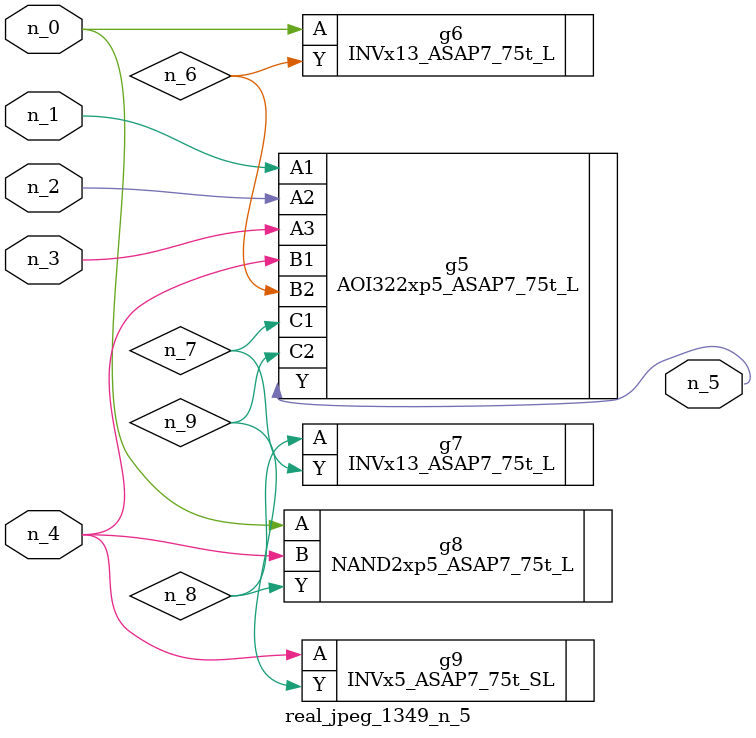
<source format=v>
module real_jpeg_1349_n_5 (n_4, n_0, n_1, n_2, n_3, n_5);

input n_4;
input n_0;
input n_1;
input n_2;
input n_3;

output n_5;

wire n_8;
wire n_6;
wire n_7;
wire n_9;

INVx13_ASAP7_75t_L g6 ( 
.A(n_0),
.Y(n_6)
);

NAND2xp5_ASAP7_75t_L g8 ( 
.A(n_0),
.B(n_4),
.Y(n_8)
);

AOI322xp5_ASAP7_75t_L g5 ( 
.A1(n_1),
.A2(n_2),
.A3(n_3),
.B1(n_4),
.B2(n_6),
.C1(n_7),
.C2(n_9),
.Y(n_5)
);

INVx5_ASAP7_75t_SL g9 ( 
.A(n_4),
.Y(n_9)
);

INVx13_ASAP7_75t_L g7 ( 
.A(n_8),
.Y(n_7)
);


endmodule
</source>
